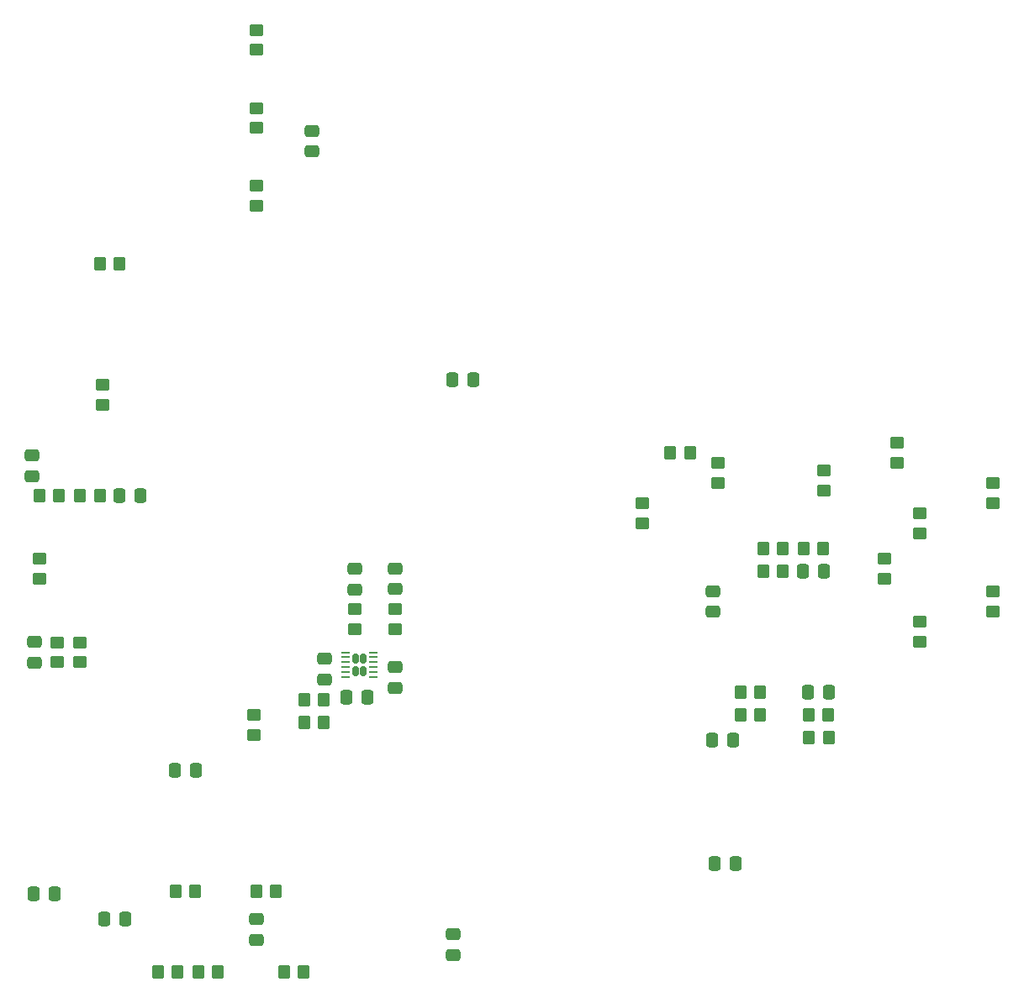
<source format=gtp>
%TF.GenerationSoftware,KiCad,Pcbnew,6.0.10-86aedd382b~118~ubuntu20.04.1*%
%TF.CreationDate,2022-12-27T17:01:33-05:00*%
%TF.ProjectId,AMP_PCBv2,414d505f-5043-4427-9632-2e6b69636164,A*%
%TF.SameCoordinates,Original*%
%TF.FileFunction,Paste,Top*%
%TF.FilePolarity,Positive*%
%FSLAX46Y46*%
G04 Gerber Fmt 4.6, Leading zero omitted, Abs format (unit mm)*
G04 Created by KiCad (PCBNEW 6.0.10-86aedd382b~118~ubuntu20.04.1) date 2022-12-27 17:01:33*
%MOMM*%
%LPD*%
G01*
G04 APERTURE LIST*
G04 Aperture macros list*
%AMRoundRect*
0 Rectangle with rounded corners*
0 $1 Rounding radius*
0 $2 $3 $4 $5 $6 $7 $8 $9 X,Y pos of 4 corners*
0 Add a 4 corners polygon primitive as box body*
4,1,4,$2,$3,$4,$5,$6,$7,$8,$9,$2,$3,0*
0 Add four circle primitives for the rounded corners*
1,1,$1+$1,$2,$3*
1,1,$1+$1,$4,$5*
1,1,$1+$1,$6,$7*
1,1,$1+$1,$8,$9*
0 Add four rect primitives between the rounded corners*
20,1,$1+$1,$2,$3,$4,$5,0*
20,1,$1+$1,$4,$5,$6,$7,0*
20,1,$1+$1,$6,$7,$8,$9,0*
20,1,$1+$1,$8,$9,$2,$3,0*%
G04 Aperture macros list end*
%ADD10RoundRect,0.250000X0.475000X-0.337500X0.475000X0.337500X-0.475000X0.337500X-0.475000X-0.337500X0*%
%ADD11RoundRect,0.160000X-0.160000X-0.345000X0.160000X-0.345000X0.160000X0.345000X-0.160000X0.345000X0*%
%ADD12RoundRect,0.062500X-0.362500X-0.062500X0.362500X-0.062500X0.362500X0.062500X-0.362500X0.062500X0*%
%ADD13RoundRect,0.250000X0.450000X-0.350000X0.450000X0.350000X-0.450000X0.350000X-0.450000X-0.350000X0*%
%ADD14RoundRect,0.250000X0.337500X0.475000X-0.337500X0.475000X-0.337500X-0.475000X0.337500X-0.475000X0*%
%ADD15RoundRect,0.250000X0.350000X0.450000X-0.350000X0.450000X-0.350000X-0.450000X0.350000X-0.450000X0*%
%ADD16RoundRect,0.250000X-0.350000X-0.450000X0.350000X-0.450000X0.350000X0.450000X-0.350000X0.450000X0*%
%ADD17RoundRect,0.250000X-0.337500X-0.475000X0.337500X-0.475000X0.337500X0.475000X-0.337500X0.475000X0*%
%ADD18RoundRect,0.250000X-0.450000X0.350000X-0.450000X-0.350000X0.450000X-0.350000X0.450000X0.350000X0*%
%ADD19RoundRect,0.250000X-0.475000X0.337500X-0.475000X-0.337500X0.475000X-0.337500X0.475000X0.337500X0*%
G04 APERTURE END LIST*
D10*
%TO.C,C1*%
X121158000Y-107717500D03*
X121158000Y-105642500D03*
%TD*%
D11*
%TO.C,U2*%
X122066000Y-115941000D03*
X121266000Y-114691000D03*
X121266000Y-115941000D03*
X122066000Y-114691000D03*
D12*
X120241000Y-114066000D03*
X120241000Y-114566000D03*
X120241000Y-115066000D03*
X120241000Y-115566000D03*
X120241000Y-116066000D03*
X120241000Y-116566000D03*
X123091000Y-116566000D03*
X123091000Y-116066000D03*
X123091000Y-115566000D03*
X123091000Y-115066000D03*
X123091000Y-114566000D03*
X123091000Y-114066000D03*
%TD*%
D13*
%TO.C,R13*%
X178054000Y-113014000D03*
X178054000Y-111014000D03*
%TD*%
D14*
%TO.C,C9*%
X98065500Y-140970000D03*
X95990500Y-140970000D03*
%TD*%
D15*
%TO.C,R25*%
X168386000Y-103632000D03*
X166386000Y-103632000D03*
%TD*%
D13*
%TO.C,R28*%
X157729000Y-97012000D03*
X157729000Y-95012000D03*
%TD*%
D16*
%TO.C,R30*%
X152935000Y-93980000D03*
X154935000Y-93980000D03*
%TD*%
D13*
%TO.C,R11*%
X89408000Y-106648000D03*
X89408000Y-104648000D03*
%TD*%
D16*
%TO.C,R5*%
X101346000Y-146304000D03*
X103346000Y-146304000D03*
%TD*%
D17*
%TO.C,C12*%
X97514500Y-98298000D03*
X99589500Y-98298000D03*
%TD*%
D16*
%TO.C,R33*%
X103135000Y-138166000D03*
X105135000Y-138166000D03*
%TD*%
D15*
%TO.C,R27*%
X164322000Y-105918000D03*
X162322000Y-105918000D03*
%TD*%
D18*
%TO.C,R36*%
X111252000Y-51329000D03*
X111252000Y-53329000D03*
%TD*%
D10*
%TO.C,C2*%
X125222000Y-107696000D03*
X125222000Y-105621000D03*
%TD*%
D17*
%TO.C,C7*%
X166348500Y-105918000D03*
X168423500Y-105918000D03*
%TD*%
%TO.C,C14*%
X157473500Y-135382000D03*
X159548500Y-135382000D03*
%TD*%
%TO.C,C17*%
X88878500Y-138430000D03*
X90953500Y-138430000D03*
%TD*%
D15*
%TO.C,R34*%
X113263000Y-138166000D03*
X111263000Y-138166000D03*
%TD*%
D19*
%TO.C,C16*%
X157236000Y-107918500D03*
X157236000Y-109993500D03*
%TD*%
D18*
%TO.C,R31*%
X91186000Y-113067500D03*
X91186000Y-115067500D03*
%TD*%
D15*
%TO.C,R26*%
X164322000Y-103632000D03*
X162322000Y-103632000D03*
%TD*%
D17*
%TO.C,C20*%
X131042500Y-86614000D03*
X133117500Y-86614000D03*
%TD*%
%TO.C,C18*%
X103102500Y-125984000D03*
X105177500Y-125984000D03*
%TD*%
D15*
%TO.C,R19*%
X162036000Y-118110000D03*
X160036000Y-118110000D03*
%TD*%
D19*
%TO.C,C10*%
X111252000Y-140948500D03*
X111252000Y-143023500D03*
%TD*%
D15*
%TO.C,R6*%
X95504000Y-98298000D03*
X93504000Y-98298000D03*
%TD*%
%TO.C,R3*%
X107426000Y-146304000D03*
X105426000Y-146304000D03*
%TD*%
%TO.C,R15*%
X168899000Y-120396000D03*
X166899000Y-120396000D03*
%TD*%
D17*
%TO.C,C15*%
X157204500Y-122936000D03*
X159279500Y-122936000D03*
%TD*%
D13*
%TO.C,R29*%
X150114000Y-101076000D03*
X150114000Y-99076000D03*
%TD*%
D10*
%TO.C,C13*%
X131064000Y-144547500D03*
X131064000Y-142472500D03*
%TD*%
D18*
%TO.C,R2*%
X121158000Y-109744000D03*
X121158000Y-111744000D03*
%TD*%
D13*
%TO.C,R18*%
X178054000Y-102092000D03*
X178054000Y-100092000D03*
%TD*%
D19*
%TO.C,C5*%
X125222000Y-115548500D03*
X125222000Y-117623500D03*
%TD*%
%TO.C,C8*%
X88900000Y-113008500D03*
X88900000Y-115083500D03*
%TD*%
%TO.C,C4*%
X118110000Y-114719000D03*
X118110000Y-116794000D03*
%TD*%
D17*
%TO.C,C3*%
X120374500Y-118618000D03*
X122449500Y-118618000D03*
%TD*%
D18*
%TO.C,R7*%
X125222000Y-109744000D03*
X125222000Y-111744000D03*
%TD*%
D13*
%TO.C,R17*%
X185420000Y-99044000D03*
X185420000Y-97044000D03*
%TD*%
D16*
%TO.C,R4*%
X89408000Y-98298000D03*
X91408000Y-98298000D03*
%TD*%
D13*
%TO.C,R23*%
X168402000Y-97774000D03*
X168402000Y-95774000D03*
%TD*%
D18*
%TO.C,R38*%
X111252000Y-67072000D03*
X111252000Y-69072000D03*
%TD*%
D13*
%TO.C,R12*%
X185420000Y-109966000D03*
X185420000Y-107966000D03*
%TD*%
D19*
%TO.C,C11*%
X88646000Y-94212500D03*
X88646000Y-96287500D03*
%TD*%
D13*
%TO.C,R1*%
X95758000Y-89122000D03*
X95758000Y-87122000D03*
%TD*%
D18*
%TO.C,R35*%
X110998000Y-120412000D03*
X110998000Y-122412000D03*
%TD*%
D13*
%TO.C,R22*%
X175768000Y-94964000D03*
X175768000Y-92964000D03*
%TD*%
D18*
%TO.C,R32*%
X93472000Y-113067500D03*
X93472000Y-115067500D03*
%TD*%
D15*
%TO.C,R10*%
X116062000Y-146304000D03*
X114062000Y-146304000D03*
%TD*%
%TO.C,R14*%
X168915000Y-122682000D03*
X166915000Y-122682000D03*
%TD*%
D17*
%TO.C,C6*%
X166861500Y-118110000D03*
X168936500Y-118110000D03*
%TD*%
D15*
%TO.C,R16*%
X162036000Y-120396000D03*
X160036000Y-120396000D03*
%TD*%
D10*
%TO.C,C19*%
X116840000Y-63595000D03*
X116840000Y-61520000D03*
%TD*%
D16*
%TO.C,R8*%
X116094000Y-118872000D03*
X118094000Y-118872000D03*
%TD*%
D15*
%TO.C,R9*%
X118094000Y-121158000D03*
X116094000Y-121158000D03*
%TD*%
D16*
%TO.C,R20*%
X95520000Y-74930000D03*
X97520000Y-74930000D03*
%TD*%
D13*
%TO.C,R24*%
X174498000Y-106648000D03*
X174498000Y-104648000D03*
%TD*%
D18*
%TO.C,R37*%
X111252000Y-59203000D03*
X111252000Y-61203000D03*
%TD*%
M02*

</source>
